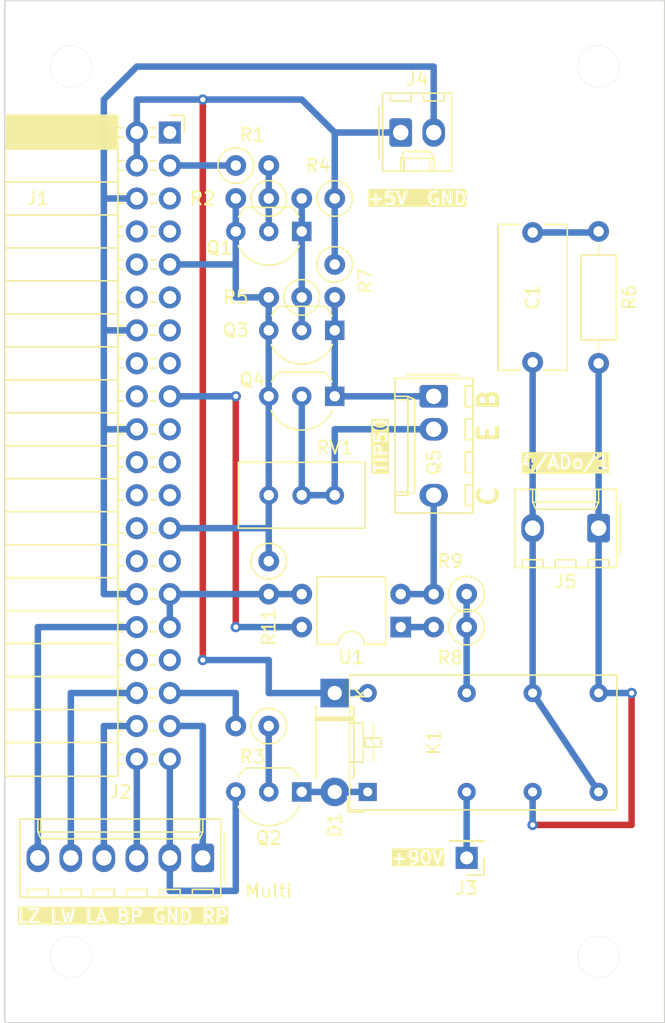
<source format=kicad_pcb>
(kicad_pcb (version 20240108) (generator "pcbnew") (generator_version "8.0")
  (layers (0 "F.Cu" signal) (31 "B.Cu" signal) (34 "B.Paste" user) (35 "F.Paste" user) (36 "B.SilkS" user "B.Silkscreen") (37 "F.SilkS" user "F.Silkscreen") (38 "B.Mask" user) (39 "F.Mask" user) (44 "Edge.Cuts" user))
  (net 0 "")
  (net 1 "Net-(C1-Pad1)")
  (net 2 "ADO-1")
  (net 3 "+5V")
  (net 5 "GND")
  (net 6 "LED_WB")
  (net 7 "RXD")
  (net 15 "RLY-P")
  (net 17 "TXD")
  (net 20 "LED_Z")
  (net 21 "RLY-L")
  (net 25 "BTN_PWR")
  (net 27 "LED_A")
  (net 30 "+80V")
  (net 31 "ADO-4")
  (net 32 "LOOP1")
  (net 33 "LOOP2")
  (net 34 "Net-(D1-A)")
  (net 35 "Net-(Q1-B)")
  (net 36 "Net-(Q1-C)")
  (net 37 "Net-(Q2-B)")
  (net 38 "Net-(Q3-C)")
  (net 39 "Net-(Q4-B)")
  (net 40 "Net-(R8-Pad2)")
  (net 42 "3,3V")
  (footprint "Connector_Molex:Molex_KK-254_AE-6410-03A_1x03_P2.54mm_Vertical" (layer "F.Cu") (at 149.86 96.52 180)
    (property "Reference" "J5" (at 2.54 -4.12 0) (layer "F.SilkS"))
    (property "Value" "4/ADo/1" (hide yes))
    (pad "1" thru_hole roundrect (at 0 0 180) (size 1.74 2.19) (drill 1.19) (layers "*.Cu" "*.Mask") (roundrect_rratio 0.143678) (net 2 "ADO-1"))
    (pad "2" thru_hole oval (at 2.54 0 180) (size 0.1 0.1) (drill 0.3) (layers "*.Cu" "*.Mask"))
    (pad "3" thru_hole oval (at 5.08 0 180) (size 1.74 2.19) (drill 1.19) (layers "*.Cu" "*.Mask") (net 31 "ADO-4"))
  )
  (footprint "Diode_THT:D_DO-41_SOD81_P7.62mm_Horizontal" (layer "F.Cu") (at 129.54 109.22 -90)
    (property "Reference" "D1" (at 10.16 0 90) (layer "F.SilkS"))
    (property "Value" "1N4007")
    (fp_text user "K" (at 0 -2.1 90) (layer "F.SilkS"))
    (pad "1" thru_hole rect (at 0 0 270) (size 2.2 2.2) (drill 1.1) (layers "*.Cu" "*.Mask") (net 3 "+5V"))
    (pad "2" thru_hole oval (at 7.62 0 270) (size 2.2 2.2) (drill 1.1) (layers "*.Cu" "*.Mask") (net 34 "Net-(D1-A)"))
  )
  (footprint "Package_TO_SOT_THT:TO-92_Inline_Wide" (layer "F.Cu") (at 129.54 86.36 180)
    (property "Reference" "Q4" (at 6.35 1.27 0) (layer "F.SilkS"))
    (property "Value" "BC337")
    (pad "1" thru_hole rect (at 0 0 180) (size 1.5 1.5) (drill 0.8) (layers "*.Cu" "*.Mask") (net 38 "Net-(Q3-C)"))
    (pad "2" thru_hole circle (at 2.54 0 180) (size 1.5 1.5) (drill 0.8) (layers "*.Cu" "*.Mask") (net 39 "Net-(Q4-B)"))
    (pad "3" thru_hole circle (at 5.08 0 180) (size 1.5 1.5) (drill 0.8) (layers "*.Cu" "*.Mask") (net 5 "GND"))
  )
  (footprint "Relay_THT:Relay_DPDT_Omron_G5V-2" (layer "F.Cu") (at 132.08 116.84 90)
    (property "Reference" "K1" (at 3.81 5.08 90) (layer "F.SilkS"))
    (property "Value" "Axicom D2n")
    (pad "1" thru_hole rect (at 0 0 90) (size 1.4 1.4) (drill 0.7) (layers "*.Cu" "*.Mask") (net 34 "Net-(D1-A)"))
    (pad "4" thru_hole circle (at 0 7.62 90) (size 1.4 1.4) (drill 0.7) (layers "*.Cu" "*.Mask") (net 30 "+80V"))
    (pad "6" thru_hole circle (at 0 12.7 90) (size 1.4 1.4) (drill 0.7) (layers "*.Cu" "*.Mask") (net 2 "ADO-1"))
    (pad "8" thru_hole circle (at 0 17.78 90) (size 1.4 1.4) (drill 0.7) (layers "*.Cu" "*.Mask") (net 31 "ADO-4"))
    (pad "9" thru_hole circle (at 7.62 17.78 90) (size 1.4 1.4) (drill 0.7) (layers "*.Cu" "*.Mask") (net 2 "ADO-1"))
    (pad "11" thru_hole circle (at 7.62 12.7 90) (size 1.4 1.4) (drill 0.7) (layers "*.Cu" "*.Mask") (net 31 "ADO-4"))
    (pad "13" thru_hole circle (at 7.62 7.62 90) (size 1.4 1.4) (drill 0.7) (layers "*.Cu" "*.Mask") (net 32 "LOOP1"))
    (pad "16" thru_hole circle (at 7.62 0 90) (size 1.4 1.4) (drill 0.7) (layers "*.Cu" "*.Mask") (net 3 "+5V"))
  )
  (footprint "Connector_PinHeader_2.54mm:PinHeader_1x01_P2.54mm_Vertical" (layer "F.Cu") (at 139.7 121.92 180)
    (property "Reference" "J3" (at 0 -2.33 180) (layer "F.SilkS"))
    (property "Value" "+90V" (hide yes))
    (pad "1" thru_hole rect (at 0 0 180) (size 1.7 1.7) (drill 1) (layers "*.Cu" "*.Mask") (net 30 "+80V"))
  )
  (footprint "Resistor_THT:R_Axial_DIN0207_L6.3mm_D2.5mm_P2.54mm_Vertical" (layer "F.Cu") (at 124.46 99.06 -90)
    (property "Reference" "R11" (at 5.08 0 90) (layer "F.SilkS"))
    (property "Value" "1k")
    (pad "1" thru_hole circle (at 0 0 270) (size 1.6 1.6) (drill 0.8) (layers "*.Cu" "*.Mask") (net 5 "GND"))
    (pad "2" thru_hole oval (at 2.54 0 270) (size 1.6 1.6) (drill 0.8) (layers "*.Cu" "*.Mask") (net 7 "RXD"))
  )
  (footprint "Resistor_THT:R_Axial_DIN0207_L6.3mm_D2.5mm_P2.54mm_Vertical" (layer "F.Cu") (at 124.46 111.76 180)
    (property "Reference" "R3" (at 1.27 -2.37 0) (layer "F.SilkS"))
    (property "Value" "1k")
    (pad "1" thru_hole circle (at 0 0 180) (size 1.6 1.6) (drill 0.8) (layers "*.Cu" "*.Mask") (net 37 "Net-(Q2-B)"))
    (pad "2" thru_hole oval (at 2.54 0 180) (size 1.6 1.6) (drill 0.8) (layers "*.Cu" "*.Mask") (net 21 "RLY-L"))
  )
  (footprint "Connector_Molex:Molex_KK-254_AE-6410-06A_1x06_P2.54mm_Vertical" (layer "F.Cu") (at 119.38 121.92 180)
    (property "Reference" "J2" (at 6.35 5.08 0) (layer "F.SilkS"))
    (property "Value" "Multi" (at -5.08 -2.54 0) (layer "F.SilkS"))
    (pad "1" thru_hole roundrect (at 0 0 180) (size 1.74 2.19) (drill 1.19) (layers "*.Cu" "*.Mask") (roundrect_rratio 0.143678) (net 15 "RLY-P"))
    (pad "2" thru_hole oval (at 2.54 0 180) (size 1.74 2.19) (drill 1.19) (layers "*.Cu" "*.Mask") (net 5 "GND"))
    (pad "3" thru_hole oval (at 5.08 0 180) (size 1.74 2.19) (drill 1.19) (layers "*.Cu" "*.Mask") (net 25 "BTN_PWR"))
    (pad "4" thru_hole oval (at 7.62 0 180) (size 1.74 2.19) (drill 1.19) (layers "*.Cu" "*.Mask") (net 27 "LED_A"))
    (pad "5" thru_hole oval (at 10.16 0 180) (size 1.74 2.19) (drill 1.19) (layers "*.Cu" "*.Mask") (net 6 "LED_WB"))
    (pad "6" thru_hole oval (at 12.7 0 180) (size 1.74 2.19) (drill 1.19) (layers "*.Cu" "*.Mask") (net 20 "LED_Z"))
  )
  (footprint "Resistor_THT:R_Axial_DIN0207_L6.3mm_D2.5mm_P2.54mm_Vertical" (layer "F.Cu") (at 124.46 71.12 180)
    (property "Reference" "R2" (at 5.08 0 0) (layer "F.SilkS"))
    (property "Value" "470")
    (pad "1" thru_hole circle (at 0 0 180) (size 1.6 1.6) (drill 0.8) (layers "*.Cu" "*.Mask") (net 35 "Net-(Q1-B)"))
    (pad "2" thru_hole oval (at 2.54 0 180) (size 1.6 1.6) (drill 0.8) (layers "*.Cu" "*.Mask") (net 5 "GND"))
  )
  (footprint "MountingHole:MountingHole_3.2mm_M3" (layer "F.Cu") (at 109.22 60.96)
    (property "Reference" "REF**" (hide yes))
    (property "Value" "MountingHole_3.2mm_M3" (hide yes))
    (pad "" thru_hole circle (at 0 0) (size 3.2 3.2) (drill 3.2) (layers "*.Cu" "*.Mask"))
  )
  (footprint "Connector_PinSocket_2.54mm:PinSocket_2x20_P2.54mm_Horizontal" (layer "F.Cu") (at 116.84 66.04)
    (property "Reference" "J1" (at -10.16 5.08 0) (layer "F.SilkS"))
    (property "Value" "Raspberry_Pi_ZeroW")
    (pad "1" thru_hole rect (at 0 0) (size 1.7 1.7) (drill 1) (layers "*.Cu" "*.Mask"))
    (pad "2" thru_hole oval (at -2.54 0) (size 1.7 1.7) (drill 1) (layers "*.Cu" "*.Mask") (net 3 "+5V"))
    (pad "3" thru_hole oval (at 0 2.54) (size 1.7 1.7) (drill 1) (layers "*.Cu" "*.Mask") (net 17 "TXD"))
    (pad "4" thru_hole oval (at -2.54 2.54) (size 1.7 1.7) (drill 1) (layers "*.Cu" "*.Mask") (net 3 "+5V"))
    (pad "5" thru_hole oval (at 0 5.08) (size 1.7 1.7) (drill 1) (layers "*.Cu" "*.Mask"))
    (pad "6" thru_hole oval (at -2.54 5.08) (size 1.7 1.7) (drill 1) (layers "*.Cu" "*.Mask") (net 5 "GND"))
    (pad "7" thru_hole oval (at 0 7.62) (size 1.7 1.7) (drill 1) (layers "*.Cu" "*.Mask"))
    (pad "8" thru_hole oval (at -2.54 7.62) (size 1.7 1.7) (drill 1) (layers "*.Cu" "*.Mask"))
    (pad "9" thru_hole oval (at 0 10.16) (size 1.7 1.7) (drill 1) (layers "*.Cu" "*.Mask") (net 5 "GND"))
    (pad "10" thru_hole oval (at -2.54 10.16) (size 1.7 1.7) (drill 1) (layers "*.Cu" "*.Mask"))
    (pad "11" thru_hole oval (at 0 12.7) (size 1.7 1.7) (drill 1) (layers "*.Cu" "*.Mask"))
    (pad "12" thru_hole oval (at -2.54 12.7) (size 1.7 1.7) (drill 1) (layers "*.Cu" "*.Mask"))
    (pad "13" thru_hole oval (at 0 15.24) (size 1.7 1.7) (drill 1) (layers "*.Cu" "*.Mask"))
    (pad "14" thru_hole oval (at -2.54 15.24) (size 1.7 1.7) (drill 1) (layers "*.Cu" "*.Mask") (net 5 "GND"))
    (pad "15" thru_hole oval (at 0 17.78) (size 1.7 1.7) (drill 1) (layers "*.Cu" "*.Mask"))
    (pad "16" thru_hole oval (at -2.54 17.78) (size 1.7 1.7) (drill 1) (layers "*.Cu" "*.Mask"))
    (pad "17" thru_hole oval (at 0 20.32) (size 1.7 1.7) (drill 1) (layers "*.Cu" "*.Mask") (net 42 "3,3V"))
    (pad "18" thru_hole oval (at -2.54 20.32) (size 1.7 1.7) (drill 1) (layers "*.Cu" "*.Mask"))
    (pad "19" thru_hole oval (at 0 22.86) (size 1.7 1.7) (drill 1) (layers "*.Cu" "*.Mask"))
    (pad "20" thru_hole oval (at -2.54 22.86) (size 1.7 1.7) (drill 1) (layers "*.Cu" "*.Mask") (net 5 "GND"))
    (pad "21" thru_hole oval (at 0 25.4) (size 1.7 1.7) (drill 1) (layers "*.Cu" "*.Mask"))
    (pad "22" thru_hole oval (at -2.54 25.4) (size 1.7 1.7) (drill 1) (layers "*.Cu" "*.Mask"))
    (pad "23" thru_hole oval (at 0 27.94) (size 1.7 1.7) (drill 1) (layers "*.Cu" "*.Mask"))
    (pad "24" thru_hole oval (at -2.54 27.94) (size 1.7 1.7) (drill 1) (layers "*.Cu" "*.Mask"))
    (pad "25" thru_hole oval (at 0 30.48) (size 1.7 1.7) (drill 1) (layers "*.Cu" "*.Mask") (net 5 "GND"))
    (pad "26" thru_hole oval (at -2.54 30.48) (size 1.7 1.7) (drill 1) (layers "*.Cu" "*.Mask"))
    (pad "27" thru_hole oval (at 0 33.02) (size 1.7 1.7) (drill 1) (layers "*.Cu" "*.Mask"))
    (pad "28" thru_hole oval (at -2.54 33.02) (size 1.7 1.7) (drill 1) (layers "*.Cu" "*.Mask"))
    (pad "29" thru_hole oval (at 0 35.56) (size 1.7 1.7) (drill 1) (layers "*.Cu" "*.Mask") (net 7 "RXD"))
    (pad "30" thru_hole oval (at -2.54 35.56) (size 1.7 1.7) (drill 1) (layers "*.Cu" "*.Mask") (net 5 "GND"))
    (pad "31" thru_hole oval (at 0 38.1) (size 1.7 1.7) (drill 1) (layers "*.Cu" "*.Mask") (net 7 "RXD"))
    (pad "32" thru_hole oval (at -2.54 38.1) (size 1.7 1.7) (drill 1) (layers "*.Cu" "*.Mask") (net 20 "LED_Z"))
    (pad "33" thru_hole oval (at 0 40.64) (size 1.7 1.7) (drill 1) (layers "*.Cu" "*.Mask"))
    (pad "34" thru_hole oval (at -2.54 40.64) (size 1.7 1.7) (drill 1) (layers "*.Cu" "*.Mask"))
    (pad "35" thru_hole oval (at 0 43.18) (size 1.7 1.7) (drill 1) (layers "*.Cu" "*.Mask") (net 21 "RLY-L"))
    (pad "36" thru_hole oval (at -2.54 43.18) (size 1.7 1.7) (drill 1) (layers "*.Cu" "*.Mask") (net 6 "LED_WB"))
    (pad "37" thru_hole oval (at 0 45.72) (size 1.7 1.7) (drill 1) (layers "*.Cu" "*.Mask") (net 15 "RLY-P"))
    (pad "38" thru_hole oval (at -2.54 45.72) (size 1.7 1.7) (drill 1) (layers "*.Cu" "*.Mask") (net 27 "LED_A"))
    (pad "39" thru_hole oval (at 0 48.26) (size 1.7 1.7) (drill 1) (layers "*.Cu" "*.Mask") (net 5 "GND"))
    (pad "40" thru_hole oval (at -2.54 48.26) (size 1.7 1.7) (drill 1) (layers "*.Cu" "*.Mask") (net 25 "BTN_PWR"))
  )
  (footprint "Resistor_THT:R_Axial_DIN0207_L6.3mm_D2.5mm_P2.54mm_Vertical" (layer "F.Cu") (at 139.7 101.6 180)
    (property "Reference" "R9" (at 1.27 2.54 0) (layer "F.SilkS"))
    (property "Value" "68")
    (pad "1" thru_hole circle (at 0 0 180) (size 1.6 1.6) (drill 0.8) (layers "*.Cu" "*.Mask") (net 32 "LOOP1"))
    (pad "2" thru_hole oval (at 2.54 0 180) (size 1.6 1.6) (drill 0.8) (layers "*.Cu" "*.Mask") (net 33 "LOOP2"))
  )
  (footprint "Package_TO_SOT_THT:TO-92_Inline_Wide" (layer "F.Cu") (at 129.54 81.28 180)
    (property "Reference" "Q3" (at 7.62 0 180) (layer "F.SilkS"))
    (property "Value" "BC337")
    (pad "1" thru_hole rect (at 0 0 180) (size 1.5 1.5) (drill 0.8) (layers "*.Cu" "*.Mask") (net 38 "Net-(Q3-C)"))
    (pad "2" thru_hole circle (at 2.54 0 180) (size 1.5 1.5) (drill 0.8) (layers "*.Cu" "*.Mask") (net 36 "Net-(Q1-C)"))
    (pad "3" thru_hole circle (at 5.08 0 180) (size 1.5 1.5) (drill 0.8) (layers "*.Cu" "*.Mask") (net 5 "GND"))
  )
  (footprint "Capacitor_THT:C_Rect_L11.0mm_W5.1mm_P10.00mm_MKT" (layer "F.Cu") (at 144.78 73.74 -90)
    (property "Reference" "C1" (at 5 0 90) (layer "F.SilkS"))
    (property "Value" "100n")
    (pad "1" thru_hole circle (at 0 0 270) (size 1.6 1.6) (drill 0.8) (layers "*.Cu" "*.Mask") (net 1 "Net-(C1-Pad1)"))
    (pad "2" thru_hole circle (at 10 0 270) (size 1.6 1.6) (drill 0.8) (layers "*.Cu" "*.Mask") (net 31 "ADO-4"))
  )
  (footprint "Resistor_THT:R_Axial_DIN0207_L6.3mm_D2.5mm_P10.16mm_Horizontal" (layer "F.Cu") (at 149.86 73.66 -90)
    (property "Reference" "R6" (at 5.08 -2.37 90) (layer "F.SilkS"))
    (property "Value" "100")
    (pad "1" thru_hole circle (at 0 0 270) (size 1.6 1.6) (drill 0.8) (layers "*.Cu" "*.Mask") (net 1 "Net-(C1-Pad1)"))
    (pad "2" thru_hole oval (at 10.16 0 270) (size 1.6 1.6) (drill 0.8) (layers "*.Cu" "*.Mask") (net 2 "ADO-1"))
  )
  (footprint "MountingHole:MountingHole_3.2mm_M3" (layer "F.Cu") (at 149.86 129.54)
    (property "Reference" "REF**" (hide yes))
    (property "Value" "MountingHole_3.2mm_M3" (hide yes))
    (pad "" thru_hole circle (at 0 0) (size 3.2 3.2) (drill 3.2) (layers "*.Cu" "*.Mask"))
  )
  (footprint "Package_TO_SOT_THT:TO-92_Inline_Wide" (layer "F.Cu") (at 127 73.66 180)
    (property "Reference" "Q1" (at 6.35 -1.27 180) (layer "F.SilkS"))
    (property "Value" "BC337")
    (pad "1" thru_hole rect (at 0 0 180) (size 1.5 1.5) (drill 0.8) (layers "*.Cu" "*.Mask") (net 36 "Net-(Q1-C)"))
    (pad "2" thru_hole circle (at 2.54 0 180) (size 1.5 1.5) (drill 0.8) (layers "*.Cu" "*.Mask") (net 35 "Net-(Q1-B)"))
    (pad "3" thru_hole circle (at 5.08 0 180) (size 1.5 1.5) (drill 0.8) (layers "*.Cu" "*.Mask") (net 5 "GND"))
  )
  (footprint "Resistor_THT:R_Axial_DIN0207_L6.3mm_D2.5mm_P2.54mm_Vertical" (layer "F.Cu") (at 127 78.74 180)
    (property "Reference" "R5" (at 5.08 0 0) (layer "F.SilkS"))
    (property "Value" "330")
    (pad "1" thru_hole circle (at 0 0 180) (size 1.6 1.6) (drill 0.8) (layers "*.Cu" "*.Mask") (net 36 "Net-(Q1-C)"))
    (pad "2" thru_hole oval (at 2.54 0 180) (size 1.6 1.6) (drill 0.8) (layers "*.Cu" "*.Mask") (net 5 "GND"))
  )
  (footprint "Resistor_THT:R_Axial_DIN0207_L6.3mm_D2.5mm_P2.54mm_Vertical" (layer "F.Cu") (at 139.7 104.14 180)
    (property "Reference" "R8" (at 1.27 -2.37 0) (layer "F.SilkS"))
    (property "Value" "68")
    (pad "1" thru_hole circle (at 0 0 180) (size 1.6 1.6) (drill 0.8) (layers "*.Cu" "*.Mask") (net 32 "LOOP1"))
    (pad "2" thru_hole oval (at 2.54 0 180) (size 1.6 1.6) (drill 0.8) (layers "*.Cu" "*.Mask") (net 40 "Net-(R8-Pad2)"))
  )
  (footprint "MountingHole:MountingHole_3.2mm_M3" (layer "F.Cu") (at 109.22 129.54)
    (property "Reference" "REF**" (hide yes))
    (property "Value" "MountingHole_3.2mm_M3" (hide yes))
    (pad "" thru_hole circle (at 0 0) (size 3.2 3.2) (drill 3.2) (layers "*.Cu" "*.Mask"))
  )
  (footprint "Connector_Molex:Molex_KK-254_AE-6410-04A_1x04_P2.54mm_Vertical" (layer "F.Cu") (at 137.16 86.36 -90)
    (property "Reference" "Q5" (at 5.08 0 90) (layer "F.SilkS"))
    (property "Value" "TIP50" (at 3.81 4.08 90) (layer "F.SilkS" knockout))
    (pad "1" thru_hole roundrect (at 0 0 270) (size 1.74 2.19) (drill 1.19) (layers "*.Cu" "*.Mask") (roundrect_rratio 0.143678) (net 38 "Net-(Q3-C)"))
    (pad "2" thru_hole oval (at 7.62 0 270) (size 1.74 2.19) (drill 1.19) (layers "*.Cu" "*.Mask") (net 33 "LOOP2"))
    (pad "3" thru_hole oval (at 2.54 0 270) (size 1.74 2.19) (drill 1.19) (layers "*.Cu" "*.Mask") (net 39 "Net-(Q4-B)"))
    (pad "4" thru_hole oval (at 5.08 0 270) (size 0.1 0.1) (drill 0.3) (layers "*.Cu" "*.Mask"))
  )
  (footprint "Resistor_THT:R_Axial_DIN0207_L6.3mm_D2.5mm_P2.54mm_Vertical" (layer "F.Cu") (at 129.54 76.2 -90)
    (property "Reference" "R7" (at 1.27 -2.37 90) (layer "F.SilkS"))
    (property "Value" "330")
    (pad "1" thru_hole circle (at 0 0 270) (size 1.6 1.6) (drill 0.8) (layers "*.Cu" "*.Mask") (net 3 "+5V"))
    (pad "2" thru_hole oval (at 2.54 0 270) (size 1.6 1.6) (drill 0.8) (layers "*.Cu" "*.Mask") (net 38 "Net-(Q3-C)"))
  )
  (footprint "Package_DIP:DIP-4_W7.62mm" (layer "F.Cu") (at 134.62 104.14 180)
    (property "Reference" "U1" (at 3.81 -2.33 0) (layer "F.SilkS"))
    (property "Value" "LTV-817")
    (pad "1" thru_hole rect (at 0 0 180) (size 1.6 1.6) (drill 0.8) (layers "*.Cu" "*.Mask") (net 40 "Net-(R8-Pad2)"))
    (pad "2" thru_hole oval (at 0 2.54 180) (size 1.6 1.6) (drill 0.8) (layers "*.Cu" "*.Mask") (net 33 "LOOP2"))
    (pad "3" thru_hole oval (at 7.62 2.54 180) (size 1.6 1.6) (drill 0.8) (layers "*.Cu" "*.Mask") (net 7 "RXD"))
    (pad "4" thru_hole oval (at 7.62 0 180) (size 1.6 1.6) (drill 0.8) (layers "*.Cu" "*.Mask") (net 42 "3,3V"))
  )
  (footprint "Resistor_THT:R_Axial_DIN0207_L6.3mm_D2.5mm_P2.54mm_Vertical" (layer "F.Cu") (at 129.54 71.12 180)
    (property "Reference" "R4" (at 1.27 2.54 0) (layer "F.SilkS"))
    (property "Value" "510")
    (pad "1" thru_hole circle (at 0 0 180) (size 1.6 1.6) (drill 0.8) (layers "*.Cu" "*.Mask") (net 3 "+5V"))
    (pad "2" thru_hole oval (at 2.54 0 180) (size 1.6 1.6) (drill 0.8) (layers "*.Cu" "*.Mask") (net 36 "Net-(Q1-C)"))
  )
  (footprint "Potentiometer_THT:Potentiometer_Bourns_3296W_Vertical" (layer "F.Cu") (at 129.54 93.98)
    (property "Reference" "RV1" (at 0 -3.66 0) (layer "F.SilkS"))
    (property "Value" "20")
    (pad "1" thru_hole circle (at 0 0) (size 1.44 1.44) (drill 0.8) (layers "*.Cu" "*.Mask") (net 39 "Net-(Q4-B)"))
    (pad "2" thru_hole circle (at -2.54 0) (size 1.44 1.44) (drill 0.8) (layers "*.Cu" "*.Mask") (net 39 "Net-(Q4-B)"))
    (pad "3" thru_hole circle (at -5.08 0) (size 1.44 1.44) (drill 0.8) (layers "*.Cu" "*.Mask") (net 5 "GND"))
  )
  (footprint "Package_TO_SOT_THT:TO-92_Inline_Wide" (layer "F.Cu") (at 127 116.84 180)
    (property "Reference" "Q2" (at 2.54 -3.56 0) (layer "F.SilkS"))
    (property "Value" "BC337")
    (pad "1" thru_hole rect (at 0 0 180) (size 1.5 1.5) (drill 0.8) (layers "*.Cu" "*.Mask") (net 34 "Net-(D1-A)"))
    (pad "2" thru_hole circle (at 2.54 0 180) (size 1.5 1.5) (drill 0.8) (layers "*.Cu" "*.Mask") (net 37 "Net-(Q2-B)"))
    (pad "3" thru_hole circle (at 5.08 0 180) (size 1.5 1.5) (drill 0.8) (layers "*.Cu" "*.Mask") (net 5 "GND"))
  )
  (footprint "Resistor_THT:R_Axial_DIN0207_L6.3mm_D2.5mm_P2.54mm_Vertical" (layer "F.Cu") (at 121.92 68.58)
    (property "Reference" "R1" (at 1.27 -2.37 0) (layer "F.SilkS"))
    (property "Value" "1k")
    (pad "1" thru_hole circle (at 0 0) (size 1.6 1.6) (drill 0.8) (layers "*.Cu" "*.Mask") (net 17 "TXD"))
    (pad "2" thru_hole oval (at 2.54 0) (size 1.6 1.6) (drill 0.8) (layers "*.Cu" "*.Mask") (net 35 "Net-(Q1-B)"))
  )
  (footprint "Connector_Molex:Molex_KK-254_AE-6410-02A_1x02_P2.54mm_Vertical" (layer "F.Cu") (at 134.62 66.04)
    (property "Reference" "J4" (at 1.27 -4.12 0) (layer "F.SilkS"))
    (property "Value" "+5V  GND" (hide yes))
    (pad "1" thru_hole roundrect (at 0 0) (size 1.74 2.19) (drill 1.19) (layers "*.Cu" "*.Mask") (roundrect_rratio 0.143678) (net 3 "+5V"))
    (pad "2" thru_hole oval (at 2.54 0) (size 1.74 2.19) (drill 1.19) (layers "*.Cu" "*.Mask") (net 5 "GND"))
  )
  (footprint "MountingHole:MountingHole_3.2mm_M3" (layer "F.Cu") (at 149.86 60.96)
    (property "Reference" "REF**" (hide yes))
    (property "Value" "MountingHole_3.2mm_M3" (hide yes))
    (pad "" thru_hole circle (at 0 0) (size 3.2 3.2) (drill 3.2) (layers "*.Cu" "*.Mask"))
  )
  (gr_rect (start 104.14 55.88) (end 154.94 134.62) (stroke (width 0.1)) (fill none) (layer "Edge.Cuts"))
  (gr_text "4/ADo/1" (at 147.32 91.44 0) (layer "F.SilkS" knockout) (effects (font (size 1 1))))
  (gr_text "C   E B" (at 142.24 95 90) (layer "F.SilkS") (effects (font (size 1.5 1.5) (thickness 0.3) (bold yes)) (justify left bottom)))
  (gr_text "+5V  GND" (at 135.89 71.12 0) (layer "F.SilkS" knockout) (effects (font (size 1 1))))
  (gr_text "LZ LW LA BP GND RP" (at 105 127 0) (layer "F.SilkS" knockout) (effects (font (size 1 1)) (justify left bottom)))
  (gr_text "+90V" (at 135.89 121.92 0) (layer "F.SilkS" knockout) (effects (font (size 1 1))))
  (segment (start 144.78 73.74) (end 149.78 73.74) (width 0.5) (layer "B.Cu") (net 1))
  (segment (start 149.78 73.74) (end 149.86 73.66) (width 0.5) (layer "B.Cu") (net 1))
  (segment (start 152.4 109.22) (end 152.4 119.38) (width 0.5) (layer "F.Cu") (net 2))
  (segment (start 152.4 119.38) (end 144.78 119.38) (width 0.5) (layer "F.Cu") (net 2))
  (via (at 144.78 119.38) (size 0.8) (drill 0.4) (layers "F.Cu" "B.Cu") (net 2))
  (via (at 152.4 109.22) (size 0.8) (drill 0.4) (layers "F.Cu" "B.Cu") (net 2))
  (segment (start 149.86 83.82) (end 149.86 109.22) (width 0.5) (layer "B.Cu") (net 2))
  (segment (start 149.86 109.22) (end 152.4 109.22) (width 0.5) (layer "B.Cu") (net 2))
  (segment (start 144.78 119.38) (end 144.78 116.84) (width 0.5) (layer "B.Cu") (net 2))
  (segment (start 119.38 63.5) (end 119.38 106.68) (width 0.5) (layer "F.Cu") (net 3))
  (via (at 119.38 106.68) (size 0.8) (drill 0.4) (layers "F.Cu" "B.Cu") (net 3))
  (via (at 119.38 63.5) (size 0.8) (drill 0.4) (layers "F.Cu" "B.Cu") (net 3))
  (segment (start 129.54 76.2) (end 129.54 71.12) (width 0.5) (layer "B.Cu") (net 3))
  (segment (start 114.3 63.5) (end 119.38 63.5) (width 0.5) (layer "B.Cu") (net 3))
  (segment (start 129.54 66.04) (end 127 63.5) (width 0.5) (layer "B.Cu") (net 3))
  (segment (start 114.3 66.04) (end 114.3 63.5) (width 0.5) (layer "B.Cu") (net 3))
  (segment (start 119.38 106.68) (end 124.46 106.68) (width 0.5) (layer "B.Cu") (net 3))
  (segment (start 127 63.5) (end 119.38 63.5) (width 0.5) (layer "B.Cu") (net 3))
  (segment (start 134.62 66.04) (end 129.54 66.04) (width 0.5) (layer "B.Cu") (net 3))
  (segment (start 129.54 109.22) (end 132.08 109.22) (width 0.5) (layer "B.Cu") (net 3))
  (segment (start 114.3 68.58) (end 114.3 66.04) (width 0.5) (layer "B.Cu") (net 3))
  (segment (start 124.46 106.68) (end 124.46 109.22) (width 0.5) (layer "B.Cu") (net 3))
  (segment (start 129.54 71.12) (end 129.54 66.04) (width 0.5) (layer "B.Cu") (net 3))
  (segment (start 124.46 109.22) (end 129.54 109.22) (width 0.5) (layer "B.Cu") (net 3))
  (segment (start 111.76 71.12) (end 111.76 81.28) (width 0.5) (layer "B.Cu") (net 5))
  (segment (start 124.46 78.74) (end 124.46 93.98) (width 0.5) (layer "B.Cu") (net 5))
  (segment (start 137.16 60.96) (end 137.16 66.04) (width 0.5) (layer "B.Cu") (net 5))
  (segment (start 114.3 81.28) (end 111.76 81.28) (width 0.5) (layer "B.Cu") (net 5))
  (segment (start 124.46 96.52) (end 116.84 96.52) (width 0.5) (layer "B.Cu") (net 5))
  (segment (start 121.92 71.12) (end 121.92 78.74) (width 0.5) (layer "B.Cu") (net 5))
  (segment (start 124.46 99.06) (end 124.46 96.52) (width 0.5) (layer "B.Cu") (net 5))
  (segment (start 137.16 60.96) (end 114.3 60.96) (width 0.5) (layer "B.Cu") (net 5))
  (segment (start 121.92 78.74) (end 124.46 78.74) (width 0.5) (layer "B.Cu") (net 5))
  (segment (start 121.92 116.84) (end 121.92 124.46) (width 0.5) (layer "B.Cu") (net 5))
  (segment (start 111.76 81.28) (end 111.76 88.9) (width 0.5) (layer "B.Cu") (net 5))
  (segment (start 114.3 88.9) (end 111.76 88.9) (width 0.5) (layer "B.Cu") (net 5))
  (segment (start 116.84 121.92) (end 116.84 124.46) (width 0.5) (layer "B.Cu") (net 5))
  (segment (start 116.84 124.46) (end 121.92 124.46) (width 0.5) (layer "B.Cu") (net 5))
  (segment (start 124.46 93.98) (end 124.46 96.52) (width 0.5) (layer "B.Cu") (net 5))
  (segment (start 111.76 71.12) (end 114.3 71.12) (width 0.5) (layer "B.Cu") (net 5))
  (segment (start 116.84 121.92) (end 116.84 114.3) (width 0.5) (layer "B.Cu") (net 5))
  (segment (start 111.76 63.5) (end 111.76 71.12) (width 0.5) (layer "B.Cu") (net 5))
  (segment (start 111.76 88.9) (end 111.76 101.6) (width 0.5) (layer "B.Cu") (net 5))
  (segment (start 114.3 60.96) (end 111.76 63.5) (width 0.5) (layer "B.Cu") (net 5))
  (segment (start 111.76 101.6) (end 114.3 101.6) (width 0.5) (layer "B.Cu") (net 5))
  (segment (start 116.84 76.2) (end 121.92 76.2) (width 0.5) (layer "B.Cu") (net 5))
  (segment (start 109.22 109.22) (end 109.22 121.92) (width 0.5) (layer "B.Cu") (net 6))
  (segment (start 114.3 109.22) (end 109.22 109.22) (width 0.5) (layer "B.Cu") (net 6))
  (segment (start 116.84 101.6) (end 116.84 104.14) (width 0.5) (layer "B.Cu") (net 7))
  (segment (start 127 101.6) (end 116.84 101.6) (width 0.5) (layer "B.Cu") (net 7))
  (segment (start 119.38 121.92) (end 119.38 111.76) (width 0.5) (layer "B.Cu") (net 15))
  (segment (start 119.38 111.76) (end 116.84 111.76) (width 0.5) (layer "B.Cu") (net 15))
  (segment (start 121.92 68.58) (end 116.84 68.58) (width 0.5) (layer "B.Cu") (net 17))
  (segment (start 106.68 121.92) (end 106.68 104.14) (width 0.5) (layer "B.Cu") (net 20))
  (segment (start 106.68 104.14) (end 114.3 104.14) (width 0.5) (layer "B.Cu") (net 20))
  (segment (start 121.92 111.76) (end 121.92 109.22) (width 0.5) (layer "B.Cu") (net 21))
  (segment (start 121.92 109.22) (end 116.84 109.22) (width 0.5) (layer "B.Cu") (net 21))
  (segment (start 114.3 121.92) (end 114.3 114.3) (width 0.5) (layer "B.Cu") (net 25))
  (segment (start 114.3 111.76) (end 111.76 111.76) (width 0.5) (layer "B.Cu") (net 27))
  (segment (start 111.76 111.76) (end 111.76 121.92) (width 0.5) (layer "B.Cu") (net 27))
  (segment (start 139.7 121.92) (end 139.7 116.84) (width 0.5) (layer "B.Cu") (net 30))
  (segment (start 144.78 109.22) (end 144.78 83.74) (width 0.5) (layer "B.Cu") (net 31))
  (segment (start 144.78 109.22) (end 149.86 116.84) (width 0.5) (layer "B.Cu") (net 31))
  (segment (start 139.7 109.22) (end 139.7 101.6) (width 0.5) (layer "B.Cu") (net 32))
  (segment (start 137.16 101.6) (end 137.16 93.98) (width 0.5) (layer "B.Cu") (net 33))
  (segment (start 134.62 101.6) (end 137.16 101.6) (width 0.5) (layer "B.Cu") (net 33))
  (segment (start 127 116.84) (end 132.08 116.84) (width 0.5) (layer "B.Cu") (net 34))
  (segment (start 124.46 68.58) (end 124.46 73.66) (width 0.5) (layer "B.Cu") (net 35))
  (segment (start 127 78.74) (end 127 81.28) (width 0.5) (layer "B.Cu") (net 36))
  (segment (start 127 71.12) (end 127 73.66) (width 0.5) (layer "B.Cu") (net 36))
  (segment (start 127 73.66) (end 127 78.74) (width 0.5) (layer "B.Cu") (net 36))
  (segment (start 124.46 111.76) (end 124.46 116.84) (width 0.5) (layer "B.Cu") (net 37))
  (segment (start 129.54 78.74) (end 129.54 86.36) (width 0.5) (layer "B.Cu") (net 38))
  (segment (start 129.54 86.36) (end 137.16 86.36) (width 0.5) (layer "B.Cu") (net 38))
  (segment (start 127 86.36) (end 127 93.98) (width 0.5) (layer "B.Cu") (net 39))
  (segment (start 129.54 88.9) (end 137.16 88.9) (width 0.5) (layer "B.Cu") (net 39))
  (segment (start 127 93.98) (end 129.54 93.98) (width 0.5) (layer "B.Cu") (net 39))
  (segment (start 129.54 93.98) (end 129.54 88.9) (width 0.5) (layer "B.Cu") (net 39))
  (segment (start 137.16 104.14) (end 134.62 104.14) (width 0.5) (layer "B.Cu") (net 40))
  (segment (start 121.92 104.14) (end 121.92 86.36) (width 0.5) (layer "F.Cu") (net 42))
  (via (at 121.92 86.36) (size 0.8) (drill 0.4) (layers "F.Cu" "B.Cu") (net 42))
  (via (at 121.92 104.14) (size 0.8) (drill 0.4) (layers "F.Cu" "B.Cu") (net 42))
  (segment (start 121.92 86.36) (end 116.84 86.36) (width 0.5) (layer "B.Cu") (net 42))
  (segment (start 127 104.14) (end 121.92 104.14) (width 0.5) (layer "B.Cu") (net 42))
)
</source>
